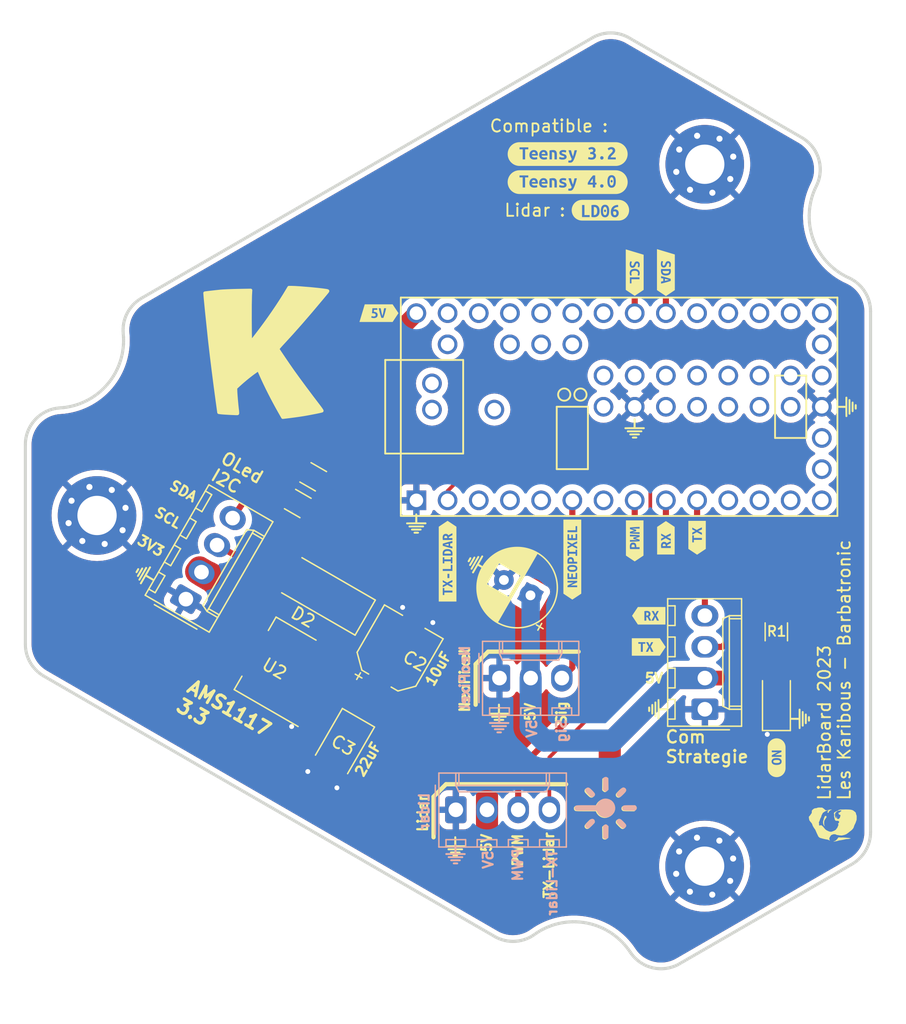
<source format=kicad_pcb>
(kicad_pcb (version 20211014) (generator pcbnew)
  (layers (0 "F.Cu" signal) (31 "B.Cu" signal) (34 "B.Paste" user) (35 "F.Paste" user) (36 "B.SilkS" user "B.Silkscreen") (37 "F.SilkS" user "F.Silkscreen") (38 "B.Mask" user) (39 "F.Mask" user) (44 "Edge.Cuts" user))
  (net 0 "")
  (net 1 "+5VP")
  (net 18 "GND")
  (net 24 "Net-(D1-Pad2)")
  (net 25 "TX")
  (net 26 "RX")
  (net 27 "LIDAR_PWM")
  (net 29 "TX-Lidar")
  (net 34 "Neo_Pixel")
  (net 37 "SCL")
  (net 49 "SDA")
  (net 51 "+3V3")
  (footprint "LOGO" (layer "F.Cu") (at 157.48 80.518)
    (fp_text reference "G***" hide)
    (fp_text value "LOGO" hide)
  )
  (footprint "teensy:Teensy30_31_32_All_Pins" (layer "F.Cu") (at 156.21 78.74)
    (fp_text reference "U1" hide)
    (fp_text value "Teensy3.2")
  )
  (footprint "LOGO" (layer "F.Cu") (at 117.602 92.456 -120)
    (fp_text reference "G***" hide)
    (fp_text value "LOGO" hide)
  )
  (footprint "kibuzzard-62EFF766" (layer "F.Cu") (at 158.623 95.758)
    (fp_text reference "kibuzzard-62EFF766" hide)
    (fp_text value "G***" hide)
  )
  (footprint "kibuzzard-62EFF774" (layer "F.Cu") (at 158.623 98.298)
    (fp_text reference "kibuzzard-62EFF774" hide)
    (fp_text value "G***" hide)
  )
  (footprint "LOGO" (layer "F.Cu") (at 146.431 103.759)
    (fp_text reference "G***" hide)
    (fp_text value "LOGO" hide)
  )
  (footprint "kibuzzard-62EFEF6E" (layer "F.Cu") (at 152.019 60.452)
    (fp_text reference "kibuzzard-62EFEF6E" hide)
    (fp_text value "G***" hide)
  )
  (footprint "Resistor_SMD:R_1206_3216Metric_Pad1.30x1.75mm_HandSolder" (layer "F.Cu") (at 169.014557 97.064693 -90)
    (fp_text reference "R1")
    (fp_text value "R_Small")
  )
  (footprint "Connector_Molex:Molex_KK-254_AE-6410-04A_1x04_P2.54mm_Vertical" (layer "F.Cu") (at 163.195 103.369103 90)
    (fp_text reference "J1" hide)
    (fp_text value "Serial_Strategy")
  )
  (footprint "Capacitor_THT:CP_Radial_D6.3mm_P2.50mm" (layer "F.Cu") (at 148.990838 94.094307 150)
    (fp_text reference "C1" hide)
    (fp_text value "C_Polarized_Small")
  )
  (footprint "Capacitor_SMD:CP_Elec_5x5.4" (layer "F.Cu") (at 138.108756 98.642625 60)
    (fp_text reference "C2")
    (fp_text value "10uF")
  )
  (footprint "MountingHole:MountingHole_3.2mm_M3_Pad_Via" (layer "F.Cu") (at 113.691516 87.591497 60)
    (fp_text reference "H2" hide)
    (fp_text value "MountingHole_Pad")
  )
  (footprint "kibuzzard-62EFF3FC" (layer "F.Cu") (at 160.02 67.818 -90)
    (fp_text reference "kibuzzard-62EFF3FC" hide)
    (fp_text value "G***" hide)
  )
  (footprint "kibuzzard-62EFF40D" (layer "F.Cu") (at 157.48 67.818 -90)
    (fp_text reference "kibuzzard-62EFF40D" hide)
    (fp_text value "G***" hide)
  )
  (footprint "LOGO" (layer "F.Cu") (at 159.258 108.966)
    (fp_text reference "G***" hide)
    (fp_text value "LOGO" hide)
  )
  (footprint "MountingHole:MountingHole_3.2mm_M3_Pad_Via" (layer "F.Cu") (at 163.175198 116.144341 60)
    (fp_text reference "H3" hide)
    (fp_text value "MountingHole_Pad")
  )
  (footprint "LOGO" (layer "F.Cu") (at 139.7 88.265)
    (fp_text reference "G***" hide)
    (fp_text value "LOGO" hide)
  )
  (footprint "kibuzzard-62EFF5AD" (layer "F.Cu") (at 152.4 91.186 90)
    (fp_text reference "kibuzzard-62EFF5AD" hide)
    (fp_text value "G***" hide)
  )
  (footprint "LED_SMD:LED_1206_3216Metric_Pad1.42x1.75mm_HandSolder" (layer "F.Cu") (at 169.021231 102.641132 90)
    (fp_text reference "D1" hide)
    (fp_text value "LED_Small")
  )
  (footprint "LOGO" (layer "F.Cu") (at 142.875 114.554)
    (fp_text reference "G***" hide)
    (fp_text value "LOGO" hide)
  )
  (footprint "MountingHole:MountingHole_3.2mm_M3_Pad_Via" (layer "F.Cu") (at 163.185193 58.996642 60)
    (fp_text reference "H1" hide)
    (fp_text value "MountingHole_Pad")
  )
  (footprint "kibuzzard-62EFF5A1" (layer "F.Cu") (at 142.24 91.313 90)
    (fp_text reference "kibuzzard-62EFF5A1" hide)
    (fp_text value "G***" hide)
  )
  (footprint "LOGO" (layer "F.Cu") (at 144.653 91.567 -120)
    (fp_text reference "G***" hide)
    (fp_text value "LOGO" hide)
  )
  (footprint "kibuzzard-62EFF433" (layer "F.Cu") (at 136.652 71.12)
    (fp_text reference "kibuzzard-62EFF433" hide)
    (fp_text value "G***" hide)
  )
  (footprint "LOGO" (layer "F.Cu") (at 159.385 103.378 -90)
    (fp_text reference "G***" hide)
    (fp_text value "LOGO" hide)
  )
  (footprint "Capacitor_Tantalum_SMD:CP_EIA-3528-12_Kemet-T_Pad1.50x2.35mm_HandSolder" (layer "F.Cu") (at 133.663756 106.341591 -120)
    (fp_text reference "C3")
    (fp_text value "22uF")
  )
  (footprint "LOGO" (layer "F.Cu") (at 173.609 112.776 90)
    (fp_text reference "G***" hide)
    (fp_text value "LOGO" hide)
  )
  (footprint "kibuzzard-62EFF6BC" (layer "F.Cu") (at 162.56 89.408 90)
    (fp_text reference "kibuzzard-62EFF6BC" hide)
    (fp_text value "G***" hide)
  )
  (footprint "Package_TO_SOT_SMD:SOT-223-3_TabPin2" (layer "F.Cu") (at 128.220554 99.769495 150)
    (fp_text reference "U2")
    (fp_text value "AMS1117-3.3")
  )
  (footprint "kibuzzard-62EFF540" (layer "F.Cu") (at 169.037 107.315 90)
    (fp_text reference "kibuzzard-62EFF540" hide)
    (fp_text value "G***" hide)
  )
  (footprint "kibuzzard-62EFEFDE" (layer "F.Cu") (at 154.686 62.738)
    (fp_text reference "kibuzzard-62EFEFDE" hide)
    (fp_text value "G***" hide)
  )
  (footprint "kibuzzard-62EFF59A" (layer "F.Cu") (at 157.48 89.662 90)
    (fp_text reference "kibuzzard-62EFF59A" hide)
    (fp_text value "G***" hide)
  )
  (footprint "Diode_SMD:D_SMA_Handsoldering" (layer "F.Cu") (at 131.720554 93.707318 150)
    (fp_text reference "D2")
    (fp_text value "D_Small")
  )
  (footprint "kibuzzard-62EFEF5E" (layer "F.Cu") (at 152.019 58.166)
    (fp_text reference "kibuzzard-62EFEF5E" hide)
    (fp_text value "G***" hide)
  )
  (footprint "Connector_Molex:Molex_KK-254_AE-6410-04A_1x04_P2.54mm_Vertical" (layer "F.Cu") (at 120.926325 94.40347 60)
    (fp_text reference "J4" hide)
    (fp_text value "Oled")
  )
  (footprint "Resistor_SMD:R_1206_3216Metric_Pad1.30x1.75mm_HandSolder" (layer "F.Cu") (at 131.295426 84.443659 150)
    (fp_text reference "R2" hide)
    (fp_text value "R_Small")
  )
  (footprint "kibuzzard-62EFF6AD" (layer "F.Cu") (at 160.02 89.408 90)
    (fp_text reference "kibuzzard-62EFF6AD" hide)
    (fp_text value "G***" hide)
  )
  (footprint "LOGO" (layer "F.Cu") (at 174.752 78.74 90)
    (fp_text reference "G***" hide)
    (fp_text value "LOGO" hide)
  )
  (footprint "LOGO" (layer "F.Cu") (at 170.942 104.14 90)
    (fp_text reference "G***" hide)
    (fp_text value "LOGO" hide)
  )
  (footprint "Resistor_SMD:R_1206_3216Metric_Pad1.30x1.75mm_HandSolder" (layer "F.Cu") (at 130.040426 86.617383 150)
    (fp_text reference "R3" hide)
    (fp_text value "R_Small")
  )
  (footprint "LOGO" (layer "B.Cu") (at 142.875 115.189 180)
    (fp_text reference "G***" hide)
    (fp_text value "LOGO" hide)
  )
  (footprint "LOGO" (layer "B.Cu") (at 146.431 104.521 180)
    (fp_text reference "G***" hide)
    (fp_text value "LOGO" hide)
  )
  (footprint "Connector_Molex:Molex_KK-254_AE-6410-03A_1x03_P2.54mm_Vertical" (layer "B.Cu") (at 146.465336 100.828437)
    (fp_text reference "J3" hide)
    (fp_text value "Conn_01x03")
  )
  (footprint "LOGO" (layer "B.Cu") (at 159.325082 113.889363)
    (fp_text reference "G***" hide)
    (fp_text value "LOGO" hide)
  )
  (footprint "Connector_Molex:Molex_KK-254_AE-6410-04A_1x04_P2.54mm_Vertical" (layer "B.Cu") (at 142.910974 111.553826)
    (fp_text reference "J2" hide)
    (fp_text value "Serial_Lidar")
  )
  (gr_poly (pts (xy 128.553761 79.132881) (xy 128.34989 78.769467) (xy 128.145481 78.394206) (xy 127.943208 78.012364) (xy 127.745749 77.629206) (xy 127.555778 77.249998) (xy 127.375974 76.880007) (xy 127.20901 76.524497) (xy 127.057564 76.188735) (xy 126.839816 75.694465) (xy 126.600817 75.861019) (xy 126.434812 75.979438) (xy 126.263438 76.106962) (xy 126.088001 76.242528) (xy 125.909807 76.385075) (xy 125.730162 76.53354) (xy 125.550373 76.686861) (xy 125.371746 76.843975) (xy 125.195586 77.003821) (xy 124.976054 77.206201) (xy 124.981792 77.433149) (xy 124.987429 77.565668) (xy 124.998194 77.739167) (xy 125.031022 78.161311) (xy 125.072107 78.603997) (xy 125.093194 78.803173) (xy 125.113281 78.971639) (xy 125.120719 79.033164) (xy 125.126759 79.091117) (xy 125.131332 79.14419) (xy 125.13437 79.191076) (xy 125.135806 79.230465) (xy 125.135572 79.26105) (xy 125.134808 79.272633) (xy 125.1336 79.281524) (xy 125.131942 79.287559) (xy 125.129823 79.290577) (xy 125.11265 79.292886) (xy 125.073201 79.293623) (xy 124.938839 79.290965) (xy 124.52779 79.273213) (xy 124.078474 79.246678) (xy 123.896278 79.233041) (xy 123.772691 79.220718) (xy 123.611487 79.199754) (xy 123.470196 78.178249) (xy 123.315523 77.027585) (xy 123.155332 75.778522) (xy 123.002462 74.533361) (xy 122.869754 73.394403) (xy 122.619361 71.008208) (xy 122.514286 69.937413) (xy 122.476618 69.485079) (xy 122.514214 69.477794) (xy 122.610687 69.464483) (xy 122.931372 69.425481) (xy 123.340885 69.379457) (xy 123.741437 69.337801) (xy 123.85407 69.328393) (xy 123.998665 69.318923) (xy 124.359778 69.300824) (xy 124.776853 69.285559) (xy 125.201965 69.275183) (xy 126.203558 69.257614) (xy 126.179057 69.683728) (xy 126.163162 70.450916) (xy 126.160523 71.635117) (xy 126.169774 72.759219) (xy 126.178431 73.149634) (xy 126.189548 73.346108) (xy 126.213774 73.503054) (xy 126.645998 72.946387) (xy 127.00459 72.477287) (xy 127.35824 72.000326) (xy 127.704175 71.519538) (xy 128.039625 71.038957) (xy 128.361815 70.562616) (xy 128.667975 70.094549) (xy 128.955332 69.638791) (xy 129.221114 69.199374) (xy 129.321732 69.029123) (xy 129.500375 69.029123) (xy 129.803094 69.038523) (xy 130.216528 69.063855) (xy 131.193256 69.145108) (xy 131.665411 69.192423) (xy 132.065999 69.238462) (xy 132.349453 69.278922) (xy 132.433013 69.295715) (xy 132.4702 69.309501) (xy 132.473305 69.312493) (xy 132.47398 69.313226) (xy 132.474588 69.313985) (xy 132.475118 69.314788) (xy 132.475556 69.315649) (xy 132.475889 69.316586) (xy 132.476105 69.317614) (xy 132.476191 69.318751) (xy 132.476134 69.320012) (xy 132.475921 69.321413) (xy 132.47554 69.322972) (xy 132.474977 69.324704) (xy 132.474221 69.326626) (xy 132.473257 69.328753) (xy 132.472074 69.331103) (xy 132.470659 69.333692) (xy 132.468998 69.336536) (xy 132.46708 69.33965) (xy 132.46489 69.343053) (xy 132.459648 69.350786) (xy 132.45317 69.359864) (xy 132.445352 69.37042) (xy 132.436094 69.382583) (xy 132.425292 69.396483) (xy 132.412844 69.412251) (xy 132.398649 69.430019) (xy 132.382603 69.449915) (xy 132.364605 69.472072) (xy 132.344552 69.496619) (xy 132.322341 69.523686) (xy 132.27104 69.585907) (xy 132.209884 69.659777) (xy 132.138052 69.746341) (xy 131.959094 69.961731) (xy 131.119371 70.960227) (xy 130.310595 71.898223) (xy 129.554084 72.751321) (xy 128.87116 73.495129) (xy 128.767911 73.6062) (xy 128.675527 73.707675) (xy 128.595092 73.798264) (xy 128.52769 73.876683) (xy 128.474404 73.941642) (xy 128.436318 73.991855) (xy 128.423314 74.011029) (xy 128.414515 74.026034) (xy 128.410059 74.036708) (xy 128.409501 74.040371) (xy 128.41008 74.042892) (xy 128.477036 74.148491) (xy 128.594402 74.326383) (xy 128.928355 74.822423) (xy 129.307936 75.377763) (xy 129.62914 75.839153) (xy 130.062666 76.43951) (xy 130.614559 77.187828) (xy 131.188015 77.95384) (xy 131.686229 78.607282) (xy 131.754765 78.696845) (xy 131.817873 78.781183) (xy 131.874232 78.858396) (xy 131.922519 78.926581) (xy 131.961414 78.983835) (xy 131.989593 79.028258) (xy 131.999252 79.045063) (xy 132.005736 79.057946) (xy 132.00888 79.066671) (xy 132.009148 79.069399) (xy 132.00852 79.070999) (xy 131.993311 79.077668) (xy 131.959234 79.087631) (xy 131.841558 79.116026) (xy 131.66965 79.153347) (xy 131.457672 79.19676) (xy 130.970143 79.290518) (xy 130.722912 79.335192) (xy 130.492249 79.374616) (xy 130.172565 79.424314) (xy 129.802043 79.476675) (xy 129.39171 79.530203) (xy 128.952591 79.583402) (xy 128.819351 79.598964) (xy 128.553761 79.132881)) (layer "F.SilkS") (width 0.264582) (fill solid))
  (gr_line (start 145.542 98.679) (end 152.908 98.679) (layer "F.SilkS") (width 0.35))
  (gr_line (start 141.097 110.49) (end 142.113 109.474) (layer "F.SilkS") (width 0.35))
  (gr_line (start 142.113 109.474) (end 151.892 109.474) (layer "F.SilkS") (width 0.35))
  (gr_line (start 144.526 99.695) (end 145.542 98.679) (layer "F.SilkS") (width 0.35))
  (gr_line (start 144.526 102.997) (end 144.526 99.695) (layer "F.SilkS") (width 0.35))
  (gr_line (start 141.097 113.792) (end 141.097 110.49) (layer "F.SilkS") (width 0.35))
  (gr_line locked (start 149.786157 121.40039) (end 149.548089 121.545248) (layer "Edge.Cuts") (width 0.249999))
  (gr_line locked (start 109.961308 78.962527) (end 110.09913 78.923368) (layer "Edge.Cuts") (width 0.249999))
  (gr_line locked (start 147.503148 122.265351) (end 147.397037 122.261246) (layer "Edge.Cuts") (width 0.249999))
  (gr_line locked (start 171.955102 57.57742) (end 172.038888 57.690182) (layer "Edge.Cuts") (width 0.249999))
  (gr_line locked (start 157.202386 123.266341) (end 157.291782 123.382628) (layer "Edge.Cuts") (width 0.249999))
  (gr_line locked (start 154.566828 48.460537) (end 154.660382 48.430707) (layer "Edge.Cuts") (width 0.249999))
  (gr_line locked (start 107.908485 81.246922) (end 107.939468 81.107034) (layer "Edge.Cuts") (width 0.249999))
  (gr_line locked (start 172.585057 59.245503) (end 172.590229 59.385055) (layer "Edge.Cuts") (width 0.249999))
  (gr_line locked (start 172.390981 60.499174) (end 172.334974 60.634736) (layer "Edge.Cuts") (width 0.249999))
  (gr_line locked (start 157.804757 123.881262) (end 157.918932 123.964047) (layer "Edge.Cuts") (width 0.249999))
  (gr_line locked (start 176.688482 70.979661) (end 176.688464 113.373895) (layer "Edge.Cuts") (width 0.249999))
  (gr_line locked (start 159.621166 124.494801) (end 159.76078 124.491757) (layer "Edge.Cuts") (width 0.249999))
  (gr_line locked (start 176.378163 114.702636) (end 176.286539 114.873894) (layer "Edge.Cuts") (width 0.249999))
  (gr_line locked (start 172.371887 58.300839) (end 172.420822 58.430747) (layer "Edge.Cuts") (width 0.249999))
  (gr_line locked (start 113.281752 77.997395) (end 113.511247 77.844813) (layer "Edge.Cuts") (width 0.249999))
  (gr_line locked (start 157.587293 123.698586) (end 157.694134 123.792757) (layer "Edge.Cuts") (width 0.249999))
  (gr_line locked (start 154.024835 48.705457) (end 154.112472 48.656787) (layer "Edge.Cuts") (width 0.249999))
  (gr_line locked (start 115.676341 74.722186) (end 115.738712 74.454082) (layer "Edge.Cuts") (width 0.249999))
  (gr_line locked (start 151.057543 120.869402) (end 150.794173 120.949444) (layer "Edge.Cuts") (width 0.249999))
  (gr_line locked (start 155.718972 48.309821) (end 155.815839 48.317671) (layer "Edge.Cuts") (width 0.249999))
  (gr_line locked (start 151.32443 120.802669) (end 151.057543 120.869402) (layer "Edge.Cuts") (width 0.249999))
  (gr_line locked (start 154.754644 48.404017) (end 154.849538 48.380468) (layer "Edge.Cuts") (width 0.249999))
  (gr_line locked (start 160.317748 124.413625) (end 160.455463 124.37733) (layer "Edge.Cuts") (width 0.249999))
  (gr_line locked (start 114.712415 76.6949) (end 114.87664 76.469735) (layer "Edge.Cuts") (width 0.249999))
  (gr_line locked (start 148.344119 122.16357) (end 148.240732 122.189333) (layer "Edge.Cuts") (width 0.249999))
  (gr_line locked (start 172.105152 65.333613) (end 172.218033 65.588421) (layer "Edge.Cuts") (width 0.249999))
  (gr_line locked (start 148.446699 122.134097) (end 148.344119 122.16357) (layer "Edge.Cuts") (width 0.249999))
  (gr_line locked (start 109.318232 79.249088) (end 109.440165 79.18025) (layer "Edge.Cuts") (width 0.249999))
  (gr_line locked (start 176.495583 69.921007) (end 176.563831 70.123443) (layer "Edge.Cuts") (width 0.249999))
  (gr_line locked (start 109.826337 79.007967) (end 109.961308 78.962527) (layer "Edge.Cuts") (width 0.249999))
  (gr_line locked (start 148.943903 121.931255) (end 148.846901 121.979202) (layer "Edge.Cuts") (width 0.249999))
  (gr_line locked (start 156.575627 48.493516) (end 156.667524 48.529627) (layer "Edge.Cuts") (width 0.249999))
  (gr_line locked (start 156.21606 122.092754) (end 156.007179 121.912978) (layer "Edge.Cuts") (width 0.249999))
  (gr_line locked (start 158.157011 124.112236) (end 158.280451 124.177531) (layer "Edge.Cuts") (width 0.249999))
  (gr_line locked (start 155.524845 48.30354) (end 155.621948 48.30511) (layer "Edge.Cuts") (width 0.249999))
  (gr_line locked (start 154.944986 48.360058) (end 155.040906 48.342788) (layer "Edge.Cuts") (width 0.249999))
  (gr_line locked (start 155.040906 48.342788) (end 155.137221 48.328658) (layer "Edge.Cuts") (width 0.249999))
  (gr_line locked (start 154.591213 121.073008) (end 154.332202 120.975509) (layer "Edge.Cuts") (width 0.249999))
  (gr_line locked (start 173.140365 66.957) (end 173.3316 67.154765) (layer "Edge.Cuts") (width 0.249999))
  (gr_line locked (start 110.954675 78.809432) (end 111.23084 78.771906) (layer "Edge.Cuts") (width 0.249999))
  (gr_line locked (start 172.004889 65.072207) (end 172.105152 65.333613) (layer "Edge.Cuts") (width 0.249999))
  (gr_line locked (start 113.7332 77.68062) (end 113.947139 77.505052) (layer "Edge.Cuts") (width 0.249999))
  (gr_line locked (start 115.295603 75.753492) (end 115.410162 75.502838) (layer "Edge.Cuts") (width 0.249999))
  (gr_line locked (start 156.007179 121.912978) (end 155.789821 121.744085) (layer "Edge.Cuts") (width 0.249999))
  (gr_line locked (start 150.794173 120.949444) (end 150.534836 121.042678) (layer "Edge.Cuts") (width 0.249999))
  (gr_line locked (start 176.286539 114.873894) (end 176.184037 115.038872) (layer "Edge.Cuts") (width 0.249999))
  (gr_line locked (start 112.552731 78.38313) (end 112.802023 78.266789) (layer "Edge.Cuts") (width 0.249999))
  (gr_line locked (start 147.079868 122.226369) (end 146.974879 122.207205) (layer "Edge.Cuts") (width 0.249999))
  (gr_line locked (start 148.846901 121.979202) (end 148.748576 122.023466) (layer "Edge.Cuts") (width 0.249999))
  (gr_line locked (start 146.870427 122.184265) (end 146.766615 122.157541) (layer "Edge.Cuts") (width 0.249999))
  (gr_line locked (start 108.975086 79.487412) (end 109.08553 79.402842) (layer "Edge.Cuts") (width 0.249999))
  (gr_line locked (start 160.455463 124.37733) (end 160.592104 124.334219) (layer "Edge.Cuts") (width 0.249999))
  (gr_line locked (start 175.519412 115.750434) (end 175.358274 115.866255) (layer "Edge.Cuts") (width 0.249999))
  (gr_line locked (start 172.256146 58.048118) (end 172.316972 58.17322) (layer "Edge.Cuts") (width 0.249999))
  (gr_line locked (start 172.531073 58.831924) (end 172.555412 58.96871) (layer "Edge.Cuts") (width 0.249999))
  (gr_line locked (start 148.649032 122.064039) (end 148.548371 122.100918) (layer "Edge.Cuts") (width 0.249999))
  (gr_line locked (start 152.970845 120.688175) (end 152.693645 120.672646) (layer "Edge.Cuts") (width 0.249999))
  (gr_line locked (start 158.036425 124.041056) (end 158.157011 124.112236) (layer "Edge.Cuts") (width 0.249999))
  (gr_line locked (start 176.617696 70.331223) (end 176.656724 70.543649) (layer "Edge.Cuts") (width 0.249999))
  (gr_line locked (start 114.87664 76.469735) (end 115.028685 76.237443) (layer "Edge.Cuts") (width 0.249999))
  (gr_line locked (start 175.652744 68.712001) (end 175.809124 68.857555) (layer "Edge.Cuts") (width 0.249999))
  (gr_line locked (start 108.081994 99.220702) (end 108.01307 99.038523) (layer "Edge.Cuts") (width 0.249999))
  (gr_line locked (start 115.813592 72.360765) (end 115.831387 72.145511) (layer "Edge.Cuts") (width 0.249999))
  (gr_line locked (start 157.385886 123.493468) (end 157.484467 123.598805) (layer "Edge.Cuts") (width 0.249999))
  (gr_line locked (start 155.427741 48.30511) (end 155.524845 48.30354) (layer "Edge.Cuts") (width 0.249999))
  (gr_line locked (start 171.699031 62.893245) (end 171.688869 63.168158) (layer "Edge.Cuts") (width 0.249999))
  (gr_line locked (start 154.844379 121.183134) (end 154.591213 121.073008) (layer "Edge.Cuts") (width 0.249999))
  (gr_line locked (start 115.845814 73.077005) (end 115.825182 72.797797) (layer "Edge.Cuts") (width 0.249999))
  (gr_line locked (start 175.809124 68.857555) (end 175.95426 69.013322) (layer "Edge.Cuts") (width 0.249999))
  (gr_line locked (start 157.024855 48.705468) (end 171.090043 56.826009) (layer "Edge.Cuts") (width 0.249999))
  (gr_line locked (start 115.825183 72.797798) (end 115.811399 72.57844) (layer "Edge.Cuts") (width 0.249999))
  (gr_line locked (start 172.271827 60.768716) (end 172.152747 61.022107) (layer "Edge.Cuts") (width 0.249999))
  (gr_line locked (start 150.534836 121.042678) (end 150.280044 121.14899) (layer "Edge.Cuts") (width 0.249999))
  (gr_line locked (start 176.68047 70.760026) (end 176.688482 70.979661) (layer "Edge.Cuts") (width 0.249999))
  (gr_line locked (start 147.185295 122.241759) (end 147.079868 122.226369) (layer "Edge.Cuts") (width 0.249999))
  (gr_line locked (start 172.004889 65.072207) (end 172.004889 65.072207) (layer "Edge.Cuts") (width 0.249999))
  (gr_line locked (start 171.955122 61.541952) (end 171.876643 61.807356) (layer "Edge.Cuts") (width 0.249999))
  (gr_line locked (start 108.254053 99.568954) (end 108.162428 99.397694) (layer "Edge.Cuts") (width 0.249999))
  (gr_line locked (start 155.137221 48.328658) (end 155.23385 48.31767) (layer "Edge.Cuts") (width 0.249999))
  (gr_line locked (start 107.91101 98.660789) (end 107.878503 98.466328) (layer "Edge.Cuts") (width 0.249999))
  (gr_line locked (start 147.397037 122.261246) (end 147.291052 122.253384) (layer "Edge.Cuts") (width 0.249999))
  (gr_line locked (start 171.876643 61.807356) (end 171.811761 62.075713) (layer "Edge.Cuts") (width 0.249999))
  (gr_line locked (start 112.29778 78.486923) (end 112.552731 78.38313) (layer "Edge.Cuts") (width 0.249999))
  (gr_line locked (start 171.918035 64.806059) (end 172.004889 65.072207) (layer "Edge.Cuts") (width 0.249999))
  (gr_line locked (start 172.420822 58.430747) (end 172.463711 58.562715) (layer "Edge.Cuts") (width 0.249999))
  (gr_line locked (start 176.317722 69.534946) (end 176.413396 69.72461) (layer "Edge.Cuts") (width 0.249999))
  (gr_line locked (start 116.631203 70.438647) (end 116.784213 70.288104) (layer "Edge.Cuts") (width 0.249999))
  (gr_line locked (start 147.291052 122.253384) (end 147.185295 122.241759) (layer "Edge.Cuts") (width 0.249999))
  (gr_line locked (start 171.786164 64.2658) (end 171.845137 64.537082) (layer "Edge.Cuts") (width 0.249999))
  (gr_line locked (start 146.766615 122.157541) (end 146.663548 122.127031) (layer "Edge.Cuts") (width 0.249999))
  (gr_line locked (start 176.629577 113.965733) (end 176.584618 114.156646) (layer "Edge.Cuts") (width 0.249999))
  (gr_line locked (start 115.811399 72.57844) (end 115.813592 72.360765) (layer "Edge.Cuts") (width 0.249999))
  (gr_line locked (start 156.958022 122.914847) (end 156.787443 122.694457) (layer "Edge.Cuts") (width 0.249999))
  (gr_line locked (start 172.480229 66.076693) (end 172.628829 66.30938) (layer "Edge.Cuts") (width 0.249999))
  (gr_line locked (start 172.628829 66.30938) (end 172.788623 66.533919) (layer "Edge.Cuts") (width 0.249999))
  (gr_line locked (start 172.573428 59.106645) (end 172.585057 59.245503) (layer "Edge.Cuts") (width 0.249999))
  (gr_line locked (start 115.844554 73.633137) (end 115.852219 73.355619) (layer "Edge.Cuts") (width 0.249999))
  (gr_line locked (start 150.030314 121.268266) (end 149.786157 121.40039) (layer "Edge.Cuts") (width 0.249999))
  (gr_line locked (start 147.821195 122.255178) (end 147.71533 122.262312) (layer "Edge.Cuts") (width 0.249999))
  (gr_line locked (start 172.544988 59.945661) (end 172.516854 60.085274) (layer "Edge.Cuts") (width 0.249999))
  (gr_line locked (start 153.247962 120.717815) (end 152.970845 120.688175) (layer "Edge.Cuts") (width 0.249999))
  (gr_line locked (start 154.067785 120.890928) (end 153.7984 120.819555) (layer "Edge.Cuts") (width 0.249999))
  (gr_line locked (start 116.244606 70.946045) (end 116.361021 70.768355) (layer "Edge.Cuts") (width 0.249999))
  (gr_line locked (start 171.845137 64.537082) (end 171.918035 64.806059) (layer "Edge.Cuts") (width 0.249999))
  (gr_line locked (start 114.152594 77.318342) (end 114.349094 77.120726) (layer "Edge.Cuts") (width 0.249999))
  (gr_line locked (start 172.580931 59.665335) (end 172.566325 59.805606) (layer "Edge.Cuts") (width 0.249999))
  (gr_line locked (start 171.76051 62.346497) (end 171.722923 62.619183) (layer "Edge.Cuts") (width 0.249999))
  (gr_line locked (start 158.932432 124.413824) (end 159.068163 124.442664) (layer "Edge.Cuts") (width 0.249999))
  (gr_line locked (start 174.923774 68.245837) (end 175.120637 68.343578) (layer "Edge.Cuts") (width 0.249999))
  (gr_line locked (start 175.947665 115.347802) (end 175.814424 115.490661) (layer "Edge.Cuts") (width 0.249999))
  (gr_line locked (start 115.410162 75.502838) (end 115.511908 75.247067) (layer "Edge.Cuts") (width 0.249999))
  (gr_line locked (start 155.564423 121.586362) (end 155.331423 121.440101) (layer "Edge.Cuts") (width 0.249999))
  (gr_line locked (start 109.565603 79.117003) (end 109.694381 79.059517) (layer "Edge.Cuts") (width 0.249999))
  (gr_line locked (start 171.865747 57.468313) (end 171.955102 57.57742) (layer "Edge.Cuts") (width 0.249999))
  (gr_line locked (start 171.722923 62.619183) (end 171.699031 62.893245) (layer "Edge.Cuts") (width 0.249999))
  (gr_line locked (start 160.040023 124.465992) (end 160.179191 124.443161) (layer "Edge.Cuts") (width 0.249999))
  (gr_line locked (start 172.959254 66.749921) (end 173.140365 66.957) (layer "Edge.Cuts") (width 0.249999))
  (gr_line locked (start 172.516854 60.085274) (end 172.481854 60.224216) (layer "Edge.Cuts") (width 0.249999))
  (gr_line locked (start 107.855806 81.679722) (end 107.866493 81.53344) (layer "Edge.Cuts") (width 0.249999))
  (gr_line locked (start 154.291217 48.568866) (end 154.382166 48.529617) (layer "Edge.Cuts") (width 0.249999))
  (gr_line locked (start 108.32749 80.20687) (end 108.405415 80.091642) (layer "Edge.Cuts") (width 0.249999))
  (gr_line locked (start 153.7984 120.819555) (end 153.524487 120.761682) (layer "Edge.Cuts") (width 0.249999))
  (gr_line locked (start 158.534982 124.290249) (end 158.665609 124.337563) (layer "Edge.Cuts") (width 0.249999))
  (gr_line locked (start 149.225939 121.765356) (end 149.133525 121.824326) (layer "Edge.Cuts") (width 0.249999))
  (gr_line locked (start 172.316972 58.17322) (end 172.371887 58.300839) (layer "Edge.Cuts") (width 0.249999))
  (gr_line locked (start 109.35214 100.667036) (end 109.182331 100.56132) (layer "Edge.Cuts") (width 0.249999))
  (gr_line locked (start 108.126147 80.573985) (end 108.187692 80.448213) (layer "Edge.Cuts") (width 0.249999))
  (gr_line locked (start 171.090043 56.826009) (end 171.216475 56.903161) (layer "Edge.Cuts") (width 0.249999))
  (gr_line locked (start 108.726176 100.185723) (end 108.592933 100.042864) (layer "Edge.Cuts") (width 0.249999))
  (gr_line locked (start 114.536166 76.912437) (end 114.536166 76.912437) (layer "Edge.Cuts") (width 0.249999))
  (gr_line locked (start 156.93722 48.656799) (end 157.024857 48.70547) (layer "Edge.Cuts") (width 0.249999))
  (gr_line locked (start 156.848399 48.611269) (end 156.93722 48.656799) (layer "Edge.Cuts") (width 0.249999))
  (gr_line locked (start 174.19065 67.84496) (end 174.427158 67.990352) (layer "Edge.Cuts") (width 0.249999))
  (gr_line locked (start 176.184037 115.038872) (end 176.070975 115.197024) (layer "Edge.Cuts") (width 0.249999))
  (gr_line locked (start 146.260805 121.967007) (end 146.163016 121.91748) (layer "Edge.Cuts") (width 0.249999))
  (gr_line locked (start 172.481854 60.224216) (end 172.43992 60.362258) (layer "Edge.Cuts") (width 0.249999))
  (gr_line locked (start 108.356557 99.733932) (end 108.254053 99.568954) (layer "Edge.Cuts") (width 0.249999))
  (gr_line locked (start 110.09913 78.923368) (end 110.239643 78.890662) (layer "Edge.Cuts") (width 0.249999))
  (gr_line locked (start 172.334974 60.634736) (end 172.271827 60.768716) (layer "Edge.Cuts") (width 0.249999))
  (gr_line locked (start 173.3316 67.154765) (end 173.532602 67.342833) (layer "Edge.Cuts") (width 0.249999))
  (gr_line locked (start 108.187692 80.448213) (end 108.254861 80.325785) (layer "Edge.Cuts") (width 0.249999))
  (gr_line locked (start 152.14106 120.683467) (end 151.866703 120.709587) (layer "Edge.Cuts") (width 0.249999))
  (gr_line locked (start 108.766833 79.671074) (end 108.8688 79.57688) (layer "Edge.Cuts") (width 0.249999))
  (gr_line locked (start 111.772796 78.655921) (end 112.037646 78.577931) (layer "Edge.Cuts") (width 0.249999))
  (gr_line locked (start 171.688869 63.168158) (end 171.692469 63.443395) (layer "Edge.Cuts") (width 0.249999))
  (gr_line locked (start 109.182331 100.56132) (end 109.021189 100.445499) (layer "Edge.Cuts") (width 0.249999))
  (gr_line locked (start 176.688464 113.373895) (end 176.681816 113.573811) (layer "Edge.Cuts") (width 0.249999))
  (gr_line locked (start 171.692469 63.443395) (end 171.709863 63.718432) (layer "Edge.Cuts") (width 0.249999))
  (gr_line locked (start 109.021189 100.445499) (end 108.869034 100.320118) (layer "Edge.Cuts") (width 0.249999))
  (gr_line locked (start 176.087705 69.178607) (end 176.209009 69.352714) (layer "Edge.Cuts") (width 0.249999))
  (gr_line locked (start 148.548371 122.100918) (end 148.446699 122.134097) (layer "Edge.Cuts") (width 0.249999))
  (gr_line locked (start 109.694381 79.059517) (end 109.826337 79.007967) (layer "Edge.Cuts") (width 0.249999))
  (gr_line locked (start 108.405415 80.091642) (end 108.488474 79.980278) (layer "Edge.Cuts") (width 0.249999))
  (gr_line locked (start 112.037646 78.577931) (end 112.29778 78.486923) (layer "Edge.Cuts") (width 0.249999))
  (gr_line locked (start 156.667524 48.529627) (end 156.758474 48.568878) (layer "Edge.Cuts") (width 0.249999))
  (gr_line locked (start 152.693645 120.672646) (end 152.416878 120.671116) (layer "Edge.Cuts") (width 0.249999))
  (gr_line locked (start 172.588877 59.525075) (end 172.580931 59.665335) (layer "Edge.Cuts") (width 0.249999))
  (gr_line locked (start 117.124181 70.019322) (end 117.310382 69.902557) (layer "Edge.Cuts") (width 0.249999))
  (gr_line locked (start 114.536166 76.912437) (end 114.712415 76.6949) (layer "Edge.Cuts") (width 0.249999))
  (gr_line locked (start 154.332202 120.975509) (end 154.067785 120.890928) (layer "Edge.Cuts") (width 0.249999))
  (gr_line locked (start 171.811761 62.075713) (end 171.76051 62.346497) (layer "Edge.Cuts") (width 0.249999))
  (gr_line locked (start 159.76078 124.491757) (end 159.900476 124.482172) (layer "Edge.Cuts") (width 0.249999))
  (gr_line locked (start 174.427158 67.990352) (end 174.671652 68.124107) (layer "Edge.Cuts") (width 0.249999))
  (gr_line locked (start 172.152747 61.022107) (end 172.047169 61.280027) (layer "Edge.Cuts") (width 0.249999))
  (gr_line locked (start 172.463711 58.562715) (end 172.500483 58.696517) (layer "Edge.Cuts") (width 0.249999))
  (gr_line locked (start 115.028685 76.237443) (end 115.168392 75.998528) (layer "Edge.Cuts") (width 0.249999))
  (gr_line locked (start 107.884106 81.389115) (end 107.908485 81.246922) (layer "Edge.Cuts") (width 0.249999))
  (gr_line locked (start 149.039478 121.879628) (end 148.943903 121.931255) (layer "Edge.Cuts") (width 0.249999))
  (gr_line locked (start 115.912267 71.725206) (end 115.974597 71.52163) (layer "Edge.Cuts") (width 0.249999))
  (gr_line locked (start 116.490013 70.598975) (end 116.631203 70.438647) (layer "Edge.Cuts") (width 0.249999))
  (gr_line locked (start 146.163016 121.91748) (end 146.066591 121.864135) (layer "Edge.Cuts") (width 0.249999))
  (gr_line locked (start 156.200151 48.380475) (end 156.295045 48.404025) (layer "Edge.Cuts") (width 0.249999))
  (gr_line locked (start 110.382679 78.864584) (end 110.52808 78.845306) (layer "Edge.Cuts") (width 0.249999))
  (gr_line locked (start 155.091263 121.305595) (end 154.844379 121.183134) (layer "Edge.Cuts") (width 0.249999))
  (gr_line locked (start 109.199966 79.323343) (end 109.318232 79.249088) (layer "Edge.Cuts") (width 0.249999))
  (gr_line locked (start 153.524487 120.761682) (end 153.524487 120.761682) (layer "Edge.Cuts") (width 0.249999))
  (gr_line locked (start 156.606631 122.483784) (end 156.416022 122.28312) (layer "Edge.Cuts") (width 0.249999))
  (gr_line locked (start 108.869034 100.320118) (end 108.726176 100.185723) (layer "Edge.Cuts") (width 0.249999))
  (gr_line locked (start 117.310382 69.902557) (end 154.024835 48.705457) (layer "Edge.Cuts") (width 0.249999))
  (gr_line locked (start 148.031954 122.229707) (end 147.92677 122.244308) (layer "Edge.Cuts") (width 0.249999))
  (gr_line locked (start 107.858769 98.268866) (end 107.85212 98.068949) (layer "Edge.Cuts") (width 0.249999))
  (gr_line locked (start 113.947139 77.505052) (end 114.152594 77.318342) (layer "Edge.Cuts") (width 0.249999))
  (gr_line locked (start 146.974879 122.207205) (end 146.870427 122.184265) (layer "Edge.Cuts") (width 0.249999))
  (gr_line locked (start 116.361021 70.768355) (end 116.490013 70.598975) (layer "Edge.Cuts") (width 0.249999))
  (gr_line locked (start 108.8688 79.57688) (end 108.975086 79.487412) (layer "Edge.Cuts") (width 0.249999))
  (gr_line locked (start 107.95597 98.851703) (end 107.91101 98.660789) (layer "Edge.Cuts") (width 0.249999))
  (gr_line locked (start 108.162428 99.397694) (end 108.081994 99.220702) (layer "Edge.Cuts") (width 0.249999))
  (gr_line locked (start 157.918932 123.964047) (end 158.036425 124.041056) (layer "Edge.Cuts") (width 0.249999))
  (gr_line locked (start 159.068163 124.442664) (end 159.205132 124.465236) (layer "Edge.Cuts") (width 0.249999))
  (gr_line locked (start 173.743017 67.520813) (end 173.962484 67.688317) (layer "Edge.Cuts") (width 0.249999))
  (gr_line locked (start 176.209009 69.352714) (end 176.317722 69.534946) (layer "Edge.Cuts") (width 0.249999))
  (gr_line locked (start 176.662082 113.771272) (end 176.629577 113.965733) (layer "Edge.Cuts") (width 0.249999))
  (gr_line locked (start 172.189478 57.925758) (end 172.256146 58.048118) (layer "Edge.Cuts") (width 0.249999))
  (gr_line locked (start 171.670599 57.261972) (end 171.77089 57.363088) (layer "Edge.Cuts") (width 0.249999))
  (gr_line locked (start 149.316617 121.702722) (end 149.225939 121.765356) (layer "Edge.Cuts") (width 0.249999))
  (gr_line locked (start 175.358274 115.866255) (end 175.188464 115.971971) (layer "Edge.Cuts") (width 0.249999))
  (gr_line locked (start 154.201292 48.611256) (end 154.291217 48.568866) (layer "Edge.Cuts") (width 0.249999))
  (gr_line locked (start 155.789821 121.744085) (end 155.564423 121.586362) (layer "Edge.Cuts") (width 0.249999))
  (gr_line locked (start 172.500483 58.696517) (end 172.531073 58.831924) (layer "Edge.Cuts") (width 0.249999))
  (gr_line locked (start 113.511247 77.844813) (end 113.7332 77.68062) (layer "Edge.Cuts") (width 0.249999))
  (gr_line locked (start 148.748576 122.023466) (end 148.649032 122.064039) (layer "Edge.Cuts") (width 0.249999))
  (gr_line locked (start 107.852118 98.068948) (end 107.852211 81.827793) (layer "Edge.Cuts") (width 0.249999))
  (gr_line locked (start 150.280044 121.14899) (end 150.030314 121.268266) (layer "Edge.Cuts") (width 0.249999))
  (gr_line locked (start 154.382166 48.529617) (end 154.474064 48.493507) (layer "Edge.Cuts") (width 0.249999))
  (gr_line locked (start 176.681816 113.573811) (end 176.662082 113.771272) (layer "Edge.Cuts") (width 0.249999))
  (gr_line locked (start 116.141144 71.131312) (end 116.244606 70.946045) (layer "Edge.Cuts") (width 0.249999))
  (gr_line locked (start 172.555412 58.96871) (end 172.573428 59.106645) (layer "Edge.Cuts") (width 0.249999))
  (gr_line locked (start 109.08553 79.402842) (end 109.199966 79.323343) (layer "Edge.Cuts") (width 0.249999))
  (gr_line locked (start 158.665609 124.337563) (end 158.79817 124.378772) (layer "Edge.Cuts") (width 0.249999))
  (gr_line locked (start 152.416878 120.671116) (end 152.14106 120.683467) (layer "Edge.Cuts") (width 0.249999))
  (gr_line locked (start 149.548089 121.545248) (end 149.316623 121.702725) (layer "Edge.Cuts") (width 0.249999))
  (gr_line locked (start 176.656724 70.543649) (end 176.68047 70.760026) (layer "Edge.Cuts") (width 0.249999))
  (gr_line locked (start 108.576507 79.872946) (end 108.669347 79.76982) (layer "Edge.Cuts") (width 0.249999))
  (gr_line locked (start 112.802023 78.266789) (end 113.045188 78.138131) (layer "Edge.Cuts") (width 0.249999))
  (gr_line locked (start 108.488474 79.980278) (end 108.576507 79.872946) (layer "Edge.Cuts") (width 0.249999))
  (gr_line locked (start 155.330717 48.30982) (end 155.427741 48.30511) (layer "Edge.Cuts") (width 0.249999))
  (gr_line locked (start 156.389308 48.430715) (end 156.482862 48.460545) (layer "Edge.Cuts") (width 0.249999))
  (gr_line locked (start 158.280451 124.177531) (end 158.40652 124.236886) (layer "Edge.Cuts") (width 0.249999))
  (gr_line locked (start 172.218033 65.588421) (end 172.343178 65.836244) (layer "Edge.Cuts") (width 0.249999))
  (gr_line locked (start 175.814424 115.490661) (end 175.671568 115.625053) (layer "Edge.Cuts") (width 0.249999))
  (gr_line locked (start 115.738712 74.454082) (end 115.787643 74.18287) (layer "Edge.Cuts") (width 0.249999))
  (gr_line locked (start 176.458595 114.525645) (end 176.378163 114.702636) (layer "Edge.Cuts") (width 0.249999))
  (gr_line locked (start 172.343178 65.836244) (end 172.480229 66.076693) (layer "Edge.Cuts") (width 0.249999))
  (gr_line locked (start 171.337815 56.98556) (end 171.453995 57.072982) (layer "Edge.Cuts") (width 0.249999))
  (gr_line locked (start 107.878503 98.466328) (end 107.858769 98.268866) (layer "Edge.Cuts") (width 0.249999))
  (gr_line locked (start 155.91247 48.328663) (end 156.008783 48.342793) (layer "Edge.Cuts") (width 0.249999))
  (gr_line locked (start 115.600688 74.986682) (end 115.676341 74.722186) (layer "Edge.Cuts") (width 0.249999))
  (gr_line locked (start 154.849538 48.380468) (end 154.944986 48.360058) (layer "Edge.Cuts") (width 0.249999))
  (gr_line locked (start 110.52808 78.845306) (end 110.675679 78.833) (layer "Edge.Cuts") (width 0.249999))
  (gr_line locked (start 172.117036 57.806372) (end 172.189478 57.925758) (layer "Edge.Cuts") (width 0.249999))
  (gr_line locked (start 156.104704 48.360064) (end 156.200151 48.380475) (layer "Edge.Cuts") (width 0.249999))
  (gr_line locked (start 107.976887 80.969622) (end 108.020581 80.834863) (layer "Edge.Cuts") (width 0.249999))
  (gr_line locked (start 147.71533 122.262312) (end 147.609281 122.265706) (layer "Edge.Cuts") (width 0.249999))
  (gr_line locked (start 115.864405 71.933412) (end 115.912267 71.725206) (layer "Edge.Cuts") (width 0.249999))
  (gr_line locked (start 159.343111 124.481487) (end 159.481867 124.49136) (layer "Edge.Cuts") (width 0.249999))
  (gr_line locked (start 107.852211 81.827793) (end 107.855806 81.679722) (layer "Edge.Cuts") (width 0.249999))
  (gr_line locked (start 157.117928 123.144663) (end 157.202386 123.266341) (layer "Edge.Cuts") (width 0.249999))
  (gr_line locked (start 147.609281 122.265706) (end 147.503148 122.265351) (layer "Edge.Cuts") (width 0.249999))
  (gr_line locked (start 172.43992 60.362258) (end 172.390981 60.499174) (layer "Edge.Cuts") (width 0.249999))
  (gr_line locked (start 108.07039 80.702926) (end 108.126147 80.573985) (layer "Edge.Cuts") (width 0.249999))
  (gr_line locked (start 175.120637 68.343578) (end 175.308052 68.454317) (layer "Edge.Cuts") (width 0.249999))
  (gr_line locked (start 154.660382 48.430707) (end 154.754644 48.404017) (layer "Edge.Cuts") (width 0.249999))
  (gr_line locked (start 172.047169 61.280027) (end 171.955122 61.541952) (layer "Edge.Cuts") (width 0.249999))
  (gr_line locked (start 115.974597 71.52163) (end 116.051015 71.32342) (layer "Edge.Cuts") (width 0.249999))
  (gr_line locked (start 157.291782 123.382628) (end 157.385886 123.493468) (layer "Edge.Cuts") (width 0.249999))
  (gr_line locked (start 156.008783 48.342793) (end 156.104704 48.360064) (layer "Edge.Cuts") (width 0.249999))
  (gr_line locked (start 176.563831 70.123443) (end 176.617696 70.331223) (layer "Edge.Cuts") (width 0.249999))
  (gr_line locked (start 171.709863 63.718432) (end 171.741084 63.992742) (layer "Edge.Cuts") (width 0.249999))
  (gr_line locked (start 108.469622 99.892085) (end 108.356557 99.733932) (layer "Edge.Cuts") (width 0.249999))
  (gr_line locked (start 153.524487 120.761682) (end 153.247962 120.717815) (layer "Edge.Cuts") (width 0.249999))
  (gr_line locked (start 109.440165 79.18025) (end 109.565603 79.117003) (layer "Edge.Cuts") (width 0.249999))
  (gr_line locked (start 176.527519 114.343466) (end 176.458595 114.525645) (layer "Edge.Cuts") (width 0.249999))
  (gr_line locked (start 148.136642 122.21138) (end 148.031954 122.229707) (layer "Edge.Cuts") (width 0.249999))
  (gr_line locked (start 114.349094 77.120726) (end 114.536166 76.912437) (layer "Edge.Cuts") (width 0.249999))
  (gr_line locked (start 146.561331 122.092726) (end 146.460066 122.054625) (layer "Edge.Cuts") (width 0.249999))
  (gr_line locked (start 155.23385 48.31767) (end 155.330717 48.30982) (layer "Edge.Cuts") (width 0.249999))
  (gr_line locked (start 159.205132 124.465236) (end 159.343111 124.481487) (layer "Edge.Cuts") (width 0.249999))
  (gr_line locked (start 171.216475 56.903161) (end 171.337815 56.98556) (layer "Edge.Cuts") (width 0.249999))
  (gr_line locked (start 110.67568 78.832999) (end 110.954675 78.809432) (layer "Edge.Cuts") (width 0.249999))
  (gr_line locked (start 175.308052 68.454317) (end 175.485571 68.577357) (layer "Edge.Cuts") (width 0.249999))
  (gr_line locked (start 115.822976 73.909054) (end 115.844554 73.633137) (layer "Edge.Cuts") (width 0.249999))
  (gr_line locked (start 155.621948 48.30511) (end 155.718972 48.309821) (layer "Edge.Cuts") (width 0.249999))
  (gr_line locked (start 157.484467 123.598805) (end 157.587293 123.698586) (layer "Edge.Cuts") (width 0.249999))
  (gr_line locked (start 158.40652 124.236886) (end 158.534982 124.290249) (layer "Edge.Cuts") (width 0.249999))
  (gr_line locked (start 156.416022 122.28312) (end 156.21606 122.092754) (layer "Edge.Cuts") (width 0.249999))
  (gr_line locked (start 110.239643 78.890662) (end 110.382679 78.864584) (layer "Edge.Cuts") (width 0.249999))
  (gr_line locked (start 116.784213 70.288104) (end 116.948665 70.148083) (layer "Edge.Cuts") (width 0.249999))
  (gr_line locked (start 161.123307 124.092541) (end 175.188464 115.971971) (layer "Edge.Cuts") (width 0.249999))
  (gr_line locked (start 115.168392 75.998528) (end 115.295603 75.753492) (layer "Edge.Cuts") (width 0.249999))
  (gr_line locked (start 154.112472 48.656787) (end 154.201292 48.611256) (layer "Edge.Cuts") (width 0.249999))
  (gr_line locked (start 156.787443 122.694457) (end 156.606631 122.483784) (layer "Edge.Cuts") (width 0.249999))
  (gr_line locked (start 108.669347 79.76982) (end 108.766833 79.671074) (layer "Edge.Cuts") (width 0.249999))
  (gr_line locked (start 172.038888 57.690182) (end 172.117036 57.806372) (layer "Edge.Cuts") (width 0.249999))
  (gr_line locked (start 108.01307 99.038523) (end 107.95597 98.851703) (layer "Edge.Cuts") (width 0.249999))
  (gr_line locked (start 159.481867 124.49136) (end 159.621166 124.494801) (layer "Edge.Cuts") (width 0.249999))
  (gr_line locked (start 113.045188 78.138131) (end 113.281752 77.997395) (layer "Edge.Cuts") (width 0.249999))
  (gr_line locked (start 157.117928 123.144663) (end 156.958022 122.914847) (layer "Edge.Cuts") (width 0.249999))
  (gr_line locked (start 160.592104 124.334219) (end 160.72744 124.28424) (layer "Edge.Cuts") (width 0.249999))
  (gr_line locked (start 158.79817 124.378772) (end 158.932432 124.413824) (layer "Edge.Cuts") (width 0.249999))
  (gr_line locked (start 111.23084 78.771906) (end 111.503703 78.720657) (layer "Edge.Cuts") (width 0.249999))
  (gr_line locked (start 172.590229 59.385055) (end 172.588877 59.525075) (layer "Edge.Cuts") (width 0.249999))
  (gr_line locked (start 116.051015 71.32342) (end 116.141144 71.131312) (layer "Edge.Cuts") (width 0.249999))
  (gr_line locked (start 171.77089 57.363088) (end 171.865747 57.468313) (layer "Edge.Cuts") (width 0.249999))
  (gr_line locked (start 156.295045 48.404025) (end 156.389308 48.430715) (layer "Edge.Cuts") (width 0.249999))
  (gr_line locked (start 147.92677 122.244308) (end 147.821195 122.255178) (layer "Edge.Cuts") (width 0.249999))
  (gr_line locked (start 146.066591 121.864135) (end 109.35214 100.667036) (layer "Edge.Cuts") (width 0.249999))
  (gr_line locked (start 175.95426 69.013322) (end 176.087705 69.178607) (layer "Edge.Cuts") (width 0.249999))
  (gr_line locked (start 108.020581 80.834863) (end 108.07039 80.702926) (layer "Edge.Cuts") (width 0.249999))
  (gr_line locked (start 172.788623 66.533919) (end 172.959254 66.749921) (layer "Edge.Cuts") (width 0.249999))
  (gr_line locked (start 108.592933 100.042864) (end 108.469622 99.892085) (layer "Edge.Cuts") (width 0.249999))
  (gr_line locked (start 176.584618 114.156646) (end 176.527519 114.343466) (layer "Edge.Cuts") (width 0.249999))
  (gr_line locked (start 175.485571 68.577357) (end 175.652744 68.712001) (layer "Edge.Cuts") (width 0.249999))
  (gr_line locked (start 111.503703 78.720657) (end 111.772796 78.655921) (layer "Edge.Cuts") (width 0.249999))
  (gr_line locked (start 155.331423 121.440101) (end 155.091263 121.305595) (layer "Edge.Cuts") (width 0.249999))
  (gr_line locked (start 155.815839 48.317671) (end 155.91247 48.328663) (layer "Edge.Cuts") (width 0.249999))
  (gr_line locked (start 156.758474 48.568878) (end 156.848399 48.611269) (layer "Edge.Cuts") (width 0.249999))
  (gr_line locked (start 175.671568 115.625053) (end 175.519412 115.750434) (layer "Edge.Cuts") (width 0.249999))
  (gr_line locked (start 107.866493 81.53344) (end 107.884106 81.389115) (layer "Edge.Cuts") (width 0.249999))
  (gr_line locked (start 173.962484 67.688317) (end 174.19065 67.84496) (layer "Edge.Cuts") (width 0.249999))
  (gr_line locked (start 108.254861 80.325785) (end 108.32749 80.20687) (layer "Edge.Cuts") (width 0.249999))
  (gr_line locked (start 160.993272 124.163458) (end 161.123305 124.092544) (layer "Edge.Cuts") (width 0.249999))
  (gr_line locked (start 116.948665 70.148083) (end 117.124181 70.019322) (layer "Edge.Cuts") (width 0.249999))
  (gr_line locked (start 172.566325 59.805606) (end 172.544988 59.945661) (layer "Edge.Cuts") (width 0.249999))
  (gr_line locked (start 146.460066 122.054625) (end 146.359856 122.012719) (layer "Edge.Cuts") (width 0.249999))
  (gr_line locked (start 115.852219 73.355619) (end 115.845814 73.077005) (layer "Edge.Cuts") (width 0.249999))
  (gr_line locked (start 160.86124 124.227338) (end 160.993272 124.163458) (layer "Edge.Cuts") (width 0.249999))
  (gr_line locked (start 146.663548 122.127031) (end 146.561331 122.092726) (layer "Edge.Cuts") (width 0.249999))
  (gr_line locked (start 157.694134 123.792757) (end 157.804757 123.881262) (layer "Edge.Cuts") (width 0.249999))
  (gr_line locked (start 171.741084 63.992742) (end 171.786164 64.2658) (layer "Edge.Cuts") (width 0.249999))
  (gr_line locked (start 159.900476 124.482172) (end 160.040023 124.465992) (layer "Edge.Cuts") (width 0.249999))
  (gr_line locked (start 115.511908 75.247067) (end 115.600688 74.986682) (layer "Edge.Cuts") (width 0.249999))
  (gr_line locked (start 115.831387 72.145511) (end 115.864405 71.933412) (layer "Edge.Cuts") (width 0.249999))
  (gr_line locked (start 173.532602 67.342833) (end 173.743017 67.520813) (layer "Edge.Cuts") (width 0.249999))
  (gr_line locked (start 171.564946 57.165194) (end 171.670599 57.261972) (layer "Edge.Cuts") (width 0.249999))
  (gr_line locked (start 154.474064 48.493507) (end 154.566828 48.460537) (layer "Edge.Cuts") (width 0.249999))
  (gr_line locked (start 156.482862 48.460545) (end 156.575627 48.493516) (layer "Edge.Cuts") (width 0.249999))
  (gr_line locked (start 176.413396 69.72461) (end 176.495583 69.921007) (layer "Edge.Cuts") (width 0.249999))
  (gr_line locked (start 151.594322 120.749359) (end 151.32443 120.802669) (layer "Edge.Cuts") (width 0.249999))
  (gr_line locked (start 160.72744 124.28424) (end 160.86124 124.227338) (layer "Edge.Cuts") (width 0.249999))
  (gr_line locked (start 148.240732 122.189333) (end 148.136642 122.21138) (layer "Edge.Cuts") (width 0.249999))
  (gr_line locked (start 151.866703 120.709587) (end 151.594322 120.749359) (layer "Edge.Cuts") (width 0.249999))
  (gr_line locked (start 176.070975 115.197024) (end 175.947665 115.347802) (layer "Edge.Cuts") (width 0.249999))
  (gr_line locked (start 107.939468 81.107034) (end 107.976887 80.969622) (layer "Edge.Cuts") (width 0.249999))
  (gr_line locked (start 171.453995 57.072982) (end 171.564946 57.165194) (layer "Edge.Cuts") (width 0.249999))
  (gr_line locked (start 160.179191 124.443161) (end 160.317748 124.413625) (layer "Edge.Cuts") (width 0.249999))
  (gr_line locked (start 174.671652 68.124107) (end 174.923774 68.245837) (layer "Edge.Cuts") (width 0.249999))
  (gr_line locked (start 146.359856 122.012719) (end 146.260805 121.967007) (layer "Edge.Cuts") (width 0.249999))
  (gr_line locked (start 115.787643 74.18287) (end 115.822976 73.909054) (layer "Edge.Cuts") (width 0.249999))
  (gr_line locked (start 149.133525 121.824326) (end 149.039478 121.879628) (layer "Edge.Cuts") (width 0.249999))
  (gr_text "TX-Lidar" (at 150.749 120.269 90) (layer "B.SilkS") (effects (font (size 0.8 0.8) (thickness 0.18)) (justify right mirror)))
  (gr_text "5V" (at 149.098 105.791 90) (layer "B.SilkS") (effects (font (size 0.8 0.8) (thickness 0.18)) (justify right mirror)))
  (gr_text "5V" (at 145.542 116.459 90) (layer "B.SilkS") (effects (font (size 0.8 0.8) (thickness 0.18)) (justify right mirror)))
  (gr_text "Sig" (at 151.511 106.172 90) (layer "B.SilkS") (effects (font (size 0.8 0.8) (thickness 0.18)) (justify right mirror)))
  (gr_text "PWM" (at 147.955 117.475 90) (layer "B.SilkS") (effects (font (size 0.8 0.8) (thickness 0.18)) (justify right mirror)))
  (gr_text "NeoPixel" (at 143.637 103.505 90) (layer "B.SilkS") (effects (font (size 0.8 0.8) (thickness 0.18)) (justify right mirror)))
  (gr_text "Lidar" (at 140.335 113.284 90) (layer "B.SilkS") (effects (font (size 0.8 0.8) (thickness 0.18)) (justify right mirror)))
  (gr_text "SCL" (at 120.523 88.392 -30) (layer "F.SilkS") (effects (font (size 0.8 0.8) (thickness 0.18)) (justify right)))
  (gr_text "SDA" (at 121.793 86.233 -30) (layer "F.SilkS") (effects (font (size 0.8 0.8) (thickness 0.18)) (justify right)))
  (gr_text "Lidar" (at 140.208 110.236 90) (layer "F.SilkS") (effects (font (size 0.8 0.8) (thickness 0.18)) (justify right)))
  (gr_text "5V" (at 148.971 102.743 90) (layer "F.SilkS") (effects (font (size 0.8 0.8) (thickness 0.18)) (justify right)))
  (gr_text "5V" (at 145.415 113.411 90) (layer "F.SilkS") (effects (font (size 0.8 0.8) (thickness 0.18)) (justify right)))
  (gr_text "PWM" (at 147.955 113.411 90) (layer "F.SilkS") (effects (font (size 0.8 0.8) (thickness 0.18)) (justify right)))
  (gr_text "Lidar :" (at 149.352 62.738) (layer "F.SilkS") (effects (font (size 1 1))))
  (gr_text "OLed\nI2C" (at 123.444 83.439 -30) (layer "F.SilkS") (effects (font (size 1 1) (thickness 0.18)) (justify left)))
  (gr_text "5V" (at 159.893 100.838) (layer "F.SilkS") (effects (font (size 0.8 0.8) (thickness 0.18)) (justify right)))
  (gr_text "Com\nStrategie" (at 159.893 106.426) (layer "F.SilkS") (effects (font (size 1 1) (thickness 0.18)) (justify left)))
  (gr_text "AMS1117\n3.3" (at 120.65 102.108 -30) (layer "F.SilkS") (effects (font (size 1.1 1.1) (thickness 0.25)) (justify left)))
  (gr_text "TX-Lidar" (at 150.495 113.284 90) (layer "F.SilkS") (effects (font (size 0.8 0.8) (thickness 0.18)) (justify right)))
  (gr_text "10uF" (at 141.478 100.076 60) (layer "F.SilkS") (effects (font (size 0.8 0.8) (thickness 0.18))))
  (gr_text "22uF" (at 135.763 107.442 60) (layer "F.SilkS") (effects (font (size 0.8 0.8) (thickness 0.18))))
  (gr_text "LidarBoard 2023\nLes Karibous - Barbatronic" (at 173.736 110.871 90) (layer "F.SilkS") (effects (font (size 1 1)) (justify left)))
  (gr_text "3V3" (at 119.126 90.678 -30) (layer "F.SilkS") (effects (font (size 0.8 0.8) (thickness 0.18)) (justify right)))
  (gr_text "NeoPixel" (at 143.637 98.298 90) (layer "F.SilkS") (effects (font (size 0.8 0.8) (thickness 0.18)) (justify right)))
  (gr_text "Compatible :" (at 150.495 55.88) (layer "F.SilkS") (effects (font (size 1 1))))
  (gr_text "Sig" (at 151.511 102.616 90) (layer "F.SilkS") (effects (font (size 0.8 0.8) (thickness 0.18)) (justify right)))
  (segment (start 139.7 71.12) (end 136.906 73.914) (width 1.4) (layer "F.Cu") (net 1))
  (segment (start 169.014557 95.514693) (end 167.883307 95.514693) (width 1.2) (layer "F.Cu") (net 1))
  (segment (start 132.098534 99.352637) (end 134.698513 100.817183) (width 1.4) (layer "F.Cu") (net 1))
  (segment (start 155.448 106.172) (end 155.448 113.03) (width 1.8) (layer "F.Cu") (net 1))
  (segment (start 147.066 116.078) (end 145.450974 114.462974) (width 1.8) (layer "F.Cu") (net 1))
  (segment (start 166.624 99.568) (end 165.616897 100.829103) (width 1.2) (layer "F.Cu") (net 1))
  (segment (start 166.624 96.774) (end 166.624 99.568) (width 1.2) (layer "F.Cu") (net 1))
  (segment (start 136.906 73.914) (end 136.906 89.408) (width 1.4) (layer "F.Cu") (net 1))
  (segment (start 152.4 116.078) (end 147.066 116.078) (width 1.8) (layer "F.Cu") (net 1))
  (segment (start 165.616897 100.829103) (end 163.195 100.829103) (width 1.2) (layer "F.Cu") (net 1))
  (segment (start 138.901881 100.547881) (end 137.008756 100.547881) (width 1.8) (layer "F.Cu") (net 1))
  (segment (start 160.790897 100.829103) (end 155.448 106.172) (width 1.8) (layer "F.Cu") (net 1))
  (segment (start 145.450974 111.553826) (end 145.450974 107.096974) (width 1.8) (layer "F.Cu") (net 1))
  (segment (start 136.906 89.408) (end 133.885618 94.957318) (width 1.4) (layer "F.Cu") (net 1))
  (segment (start 167.883307 95.514693) (end 166.624 96.774) (width 1.2) (layer "F.Cu") (net 1))
  (segment (start 145.450974 107.096974) (end 138.901881 100.547881) (width 1.8) (layer "F.Cu") (net 1))
  (segment (start 145.450974 114.462974) (end 145.450974 111.553826) (width 1.8) (layer "F.Cu") (net 1))
  (segment (start 163.195 100.829103) (end 160.790897 100.829103) (width 1.8) (layer "F.Cu") (net 1))
  (segment (start 155.448 113.03) (end 152.4 116.078) (width 1.8) (layer "F.Cu") (net 1))
  (segment (start 134.698513 100.817183) (end 137.008756 100.547881) (width 1.4) (layer "F.Cu") (net 1))
  (segment (start 155.702 105.918) (end 150.114 105.918) (width 1.8) (layer "B.Cu") (net 1))
  (segment (start 149.005336 94.108805) (end 148.990838 94.094307) (width 1.8) (layer "B.Cu") (net 1))
  (segment (start 149.005336 100.828437) (end 149.005336 94.108805) (width 1.5) (layer "B.Cu") (net 1))
  (segment (start 160.790897 100.829103) (end 155.702 105.918) (width 1.8) (layer "B.Cu") (net 1))
  (segment (start 150.114 105.918) (end 149.005336 104.809336) (width 1.8) (layer "B.Cu") (net 1))
  (segment (start 163.195 100.829103) (end 160.790897 100.829103) (width 1.8) (layer "B.Cu") (net 1))
  (segment (start 149.005336 104.809336) (end 149.005336 100.828437) (width 1.8) (layer "B.Cu") (net 1))
  (segment (start 130.856373 108.437441) (end 132.563756 108.246847) (width 1) (layer "F.Cu") (net 18))
  (segment (start 129.798534 103.336353) (end 129.798534 104.516466) (width 1) (layer "F.Cu") (net 18))
  (segment (start 141.03956 96.311059) (end 139.208756 96.737369) (width 1) (layer "F.Cu") (net 18))
  (segment (start 169.021231 104.663769) (end 168.275 105.41) (width 1) (layer "F.Cu") (net 18))
  (segment (start 138.578849 95.076356) (end 139.208756 96.737369) (width 1) (layer "F.Cu") (net 18))
  (segment (start 169.021231 104.128632) (end 169.021231 104.663769) (width 1) (layer "F.Cu") (net 18))
  (segment (start 133.227236 109.764892) (end 132.563756 108.246847) (width 1) (layer "F.Cu") (net 18))
  (segment (start 129.798534 104.516466) (end 129.54 104.775) (width 1) (layer "F.Cu") (net 18))
  (via (at 138.578849 95.076356) (size 0.8) (drill 0.4) (layers "F.Cu" "B.Cu") (net 18))
  (via (at 133.227236 109.764892) (size 0.8) (drill 0.4) (layers "F.Cu" "B.Cu") (net 18))
  (via (at 168.275 105.41) (size 0.8) (drill 0.4) (layers "F.Cu" "B.Cu") (net 18))
  (via (at 130.856373 108.437441) (size 0.8) (drill 0.4) (layers "F.Cu" "B.Cu") (net 18))
  (via (at 141.03956 96.311059) (size 0.8) (drill 0.4) (layers "F.Cu" "B.Cu") (net 18))
  (via (at 129.54 104.775) (size 0.8) (drill 0.4) (layers "F.Cu" "B.Cu") (net 18))
  (segment (start 169.021231 101.153632) (end 169.021231 98.621367) (width 1.2) (layer "F.Cu") (net 24))
  (segment (start 169.021231 98.621367) (end 169.014557 98.614693) (width 1.2) (layer "F.Cu") (net 24))
  (segment (start 164.600897 98.289103) (end 165.1 97.79) (width 0.5) (layer "F.Cu") (net 25))
  (segment (start 165.1 97.79) (end 165.1 90.424) (width 0.5) (layer "F.Cu") (net 25))
  (segment (start 165.1 90.424) (end 162.56 87.884) (width 0.5) (layer "F.Cu") (net 25))
  (segment (start 162.56 87.884) (end 162.56 86.36) (width 0.5) (layer "F.Cu") (net 25))
  (segment (start 163.195 98.289103) (end 164.600897 98.289103) (width 0.5) (layer "F.Cu") (net 25))
  (segment (start 163.195 95.749103) (end 163.195 91.33973) (width 0.5) (layer "F.Cu") (net 26))
  (segment (start 160.02 88.16473) (end 160.02 86.36) (width 0.5) (layer "F.Cu") (net 26))
  (segment (start 163.195 91.33973) (end 160.02 88.16473) (width 0.5) (layer "F.Cu") (net 26))
  (segment (start 147.990974 108.295026) (end 154.686 101.6) (width 0.5) (layer "F.Cu") (net 27))
  (segment (start 157.48 88.67273) (end 157.48 86.36) (width 0.5) (layer "F.Cu") (net 27))
  (segment (start 147.990974 111.553826) (end 147.990974 108.295026) (width 0.5) (layer "F.Cu") (net 27))
  (segment (start 154.686001 91.466729) (end 157.48 88.67273) (width 0.5) (layer "F.Cu") (net 27))
  (segment (start 154.686 101.6) (end 154.686001 91.466729) (width 0.5) (layer "F.Cu") (net 27))
  (segment (start 142.24 85.598) (end 143.002 84.836) (width 0.3) (layer "F.Cu") (net 29))
  (segment (start 155.702 91.948) (end 155.702 102.108) (width 0.3) (layer "F.Cu") (net 29))
  (segment (start 150.530974 107.279026) (end 150.530974 111.553826) (width 0.3) (layer "F.Cu") (net 29))
  (segment (start 155.702 102.108) (end 150.530974 107.279026) (width 0.3) (layer "F.Cu") (net 29))
  (segment (start 142.24 86.36) (end 142.24 85.598) (width 0.3) (layer "F.Cu") (net 29))
  (segment (start 158.75 85.344) (end 158.75 88.9) (width 0.3) (layer "F.Cu") (net 29))
  (segment (start 158.75 88.9) (end 155.702 91.948) (width 0.3) (layer "F.Cu") (net 29))
  (segment (start 158.242 84.836) (end 158.75 85.344) (width 0.3) (layer "F.Cu") (net 29))
  (segment (start 143.002 84.836) (end 158.242 84.836) (width 0.3) (layer "F.Cu") (net 29))
  (segment (start 152.4 99.973773) (end 151.545336 100.828437) (width 0.5) (layer "F.Cu") (net 34))
  (segment (start 152.4 86.36) (end 152.4 99.973773) (width 0.5) (layer "F.Cu") (net 34))
  (segment (start 123.466325 90.004061) (end 124.810825 90.762445) (width 0.5) (layer "F.Cu") (net 37))
  (segment (start 130.492775 85.794965) (end 133.35 80.772) (width 0.5) (layer "F.Cu") (net 37))
  (segment (start 127.974366 86.974183) (end 128.698087 85.842383) (width 0.5) (layer "F.Cu") (net 37))
  (segment (start 128.698087 85.842383) (end 130.492775 85.794965) (width 0.5) (layer "F.Cu") (net 37))
  (segment (start 157.48 68.199) (end 157.48 71.12) (width 0.5) (layer "F.Cu") (net 37))
  (segment (start 125.854236 90.553763) (end 127.974366 86.974183) (width 0.5) (layer "F.Cu") (net 37))
  (segment (start 157.099 67.818) (end 157.48 68.199) (width 0.5) (layer "F.Cu") (net 37))
  (segment (start 124.810825 90.762445) (end 125.854236 90.553763) (width 0.5) (layer "F.Cu") (net 37))
  (segment (start 133.35 80.772) (end 133.35 72.39) (width 0.5) (layer "F.Cu") (net 37))
  (segment (start 133.35 72.39) (end 137.922 67.818) (width 0.5) (layer "F.Cu") (net 37))
  (segment (start 137.922 67.818) (end 157.099 67.818) (width 0.5) (layer "F.Cu") (net 37))
  (segment (start 160.02 71.12) (end 160.02 69.723) (width 0.5) (layer "F.Cu") (net 49))
  (segment (start 137.63225 67.11848) (end 132.650481 72.100249) (width 0.5) (layer "F.Cu") (net 49))
  (segment (start 124.736325 87.804356) (end 127.762 83.312) (width 0.5) (layer "F.Cu") (net 49))
  (segment (start 160.02 69.723) (end 157.41548 67.11848) (width 0.5) (layer "F.Cu") (net 49))
  (segment (start 132.644702 78.87761) (end 130.302 82.804) (width 0.5) (layer "F.Cu") (net 49))
  (segment (start 129.089366 83.142556) (end 129.953087 83.668659) (width 0.5) (layer "F.Cu") (net 49))
  (segment (start 157.41548 67.11848) (end 137.63225 67.11848) (width 0.5) (layer "F.Cu") (net 49))
  (segment (start 132.650481 72.100249) (end 132.644702 78.87761) (width 0.5) (layer "F.Cu") (net 49))
  (segment (start 127.762 83.312) (end 129.089366 83.142556) (width 0.5) (layer "F.Cu") (net 49))
  (segment (start 131.382765 87.392383) (end 129.54 90.424) (width 0.5) (layer "F.Cu") (net 51))
  (segment (start 129.54 90.424) (end 129.55549 92.457318) (width 0.5) (layer "F.Cu") (net 51))
  (segment (start 134.763756 104.436335) (end 133.729039 102.923388) (width 1.4) (layer "F.Cu") (net 51))
  (segment (start 132.637765 85.218659) (end 131.382765 87.392383) (width 0.5) (layer "F.Cu") (net 51))
  (segment (start 133.729039 102.923388) (end 130.948534 101.344495) (width 1.4) (layer "F.Cu") (net 51))
  (zone (net 18) (net_name "GND") (layer "F.Cu") (connect_pads (clearance 0.508)) (min_thickness 0.254) (fill yes (thermal_gap 0.508) (thermal_bridge_width 0.508))
    (polygon (pts (xy 179.324 59.69) (xy 179.578 115.062) (xy 155.194 129.032) (xy 106.172 100.33) (xy 105.918 74.93) (xy 155.194 45.72)))
  )
  (zone (net 51) (net_name "+3V3") (layer "F.Cu") (priority 1) (connect_pads yes (clearance 0.508)) (min_thickness 0.254) (fill yes (thermal_gap 0.508) (thermal_bridge_width 0.508) (smoothing fillet) (radius 1) (island_removal_mode 1) (island_area_min 0))
    (polygon (pts (xy 132.511733 92.242236) (xy 131.103127 94.785551) (xy 131.572663 97.720145) (xy 130.37274 99.859138) (xy 132.334 101.092) (xy 131.572 102.87) (xy 129.34005 101.513119) (xy 128.048829 103.723847) (xy 122.37528 100.534921) (xy 125.212054 95.506983) (xy 120.418884 92.435441) (xy 121.768797 90.615993) (xy 126.52284 93.257127) (xy 128.459672 89.91169)))
  )
  (zone (net 1) (net_name "+5VP") (layer "F.Cu") (priority 2) (connect_pads yes (clearance 0.508)) (min_thickness 0.254) (fill yes (thermal_gap 0.508) (thermal_bridge_width 0.508) (smoothing fillet) (radius 1) (island_removal_mode 1) (island_area_min 0))
    (polygon (pts (xy 136.479239 94.445225) (xy 134.914122 97.399383) (xy 138.553019 99.473163) (xy 137.066158 102.290374) (xy 135.735808 102.36863) (xy 130.81 99.568) (xy 131.881708 97.653715) (xy 131.373045 94.836504) (xy 132.68383 92.449701)))
  )
  (zone (net 18) (net_name "GND") (layer "B.Cu") (connect_pads (clearance 0.508)) (min_thickness 0.254) (fill yes (thermal_gap 0.508) (thermal_bridge_width 0.508))
    (polygon (pts (xy 155.036356 45.623163) (xy 179.285067 59.623163) (xy 179.533778 115.192383) (xy 155.409423 128.976992) (xy 106.045975 100.476992) (xy 105.787644 74.924434)))
  )
)
</source>
